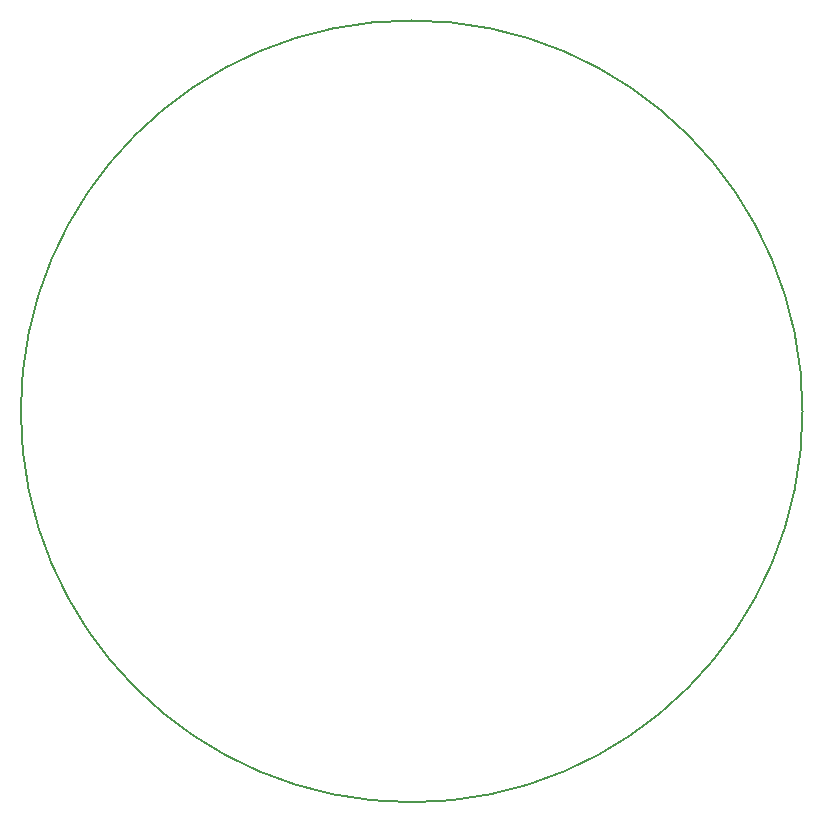
<source format=gbr>
G04 #@! TF.GenerationSoftware,KiCad,Pcbnew,5.1.4-e60b266~84~ubuntu18.04.1*
G04 #@! TF.CreationDate,2019-12-09T21:46:42-05:00*
G04 #@! TF.ProjectId,Accelerometer_Module,41636365-6c65-4726-9f6d-657465725f4d,rev?*
G04 #@! TF.SameCoordinates,Original*
G04 #@! TF.FileFunction,Profile,NP*
%FSLAX46Y46*%
G04 Gerber Fmt 4.6, Leading zero omitted, Abs format (unit mm)*
G04 Created by KiCad (PCBNEW 5.1.4-e60b266~84~ubuntu18.04.1) date 2019-12-09 21:46:42*
%MOMM*%
%LPD*%
G04 APERTURE LIST*
%ADD10C,0.200000*%
G04 APERTURE END LIST*
D10*
X105738163Y-117856000D02*
G75*
G03X105738163Y-117856000I-33094163J0D01*
G01*
M02*

</source>
